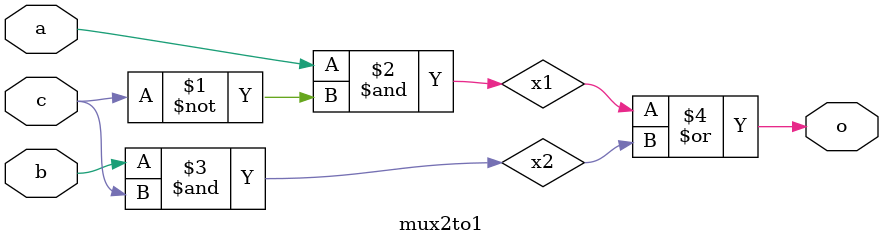
<source format=v>
module mux2to1(o,a,b,c);
	input a,b,c;
	output o;
	wire x1, x2;
	and a1(x1,a,~c);
	and a2(x2,b,c);
	or o1(o,x1,x2);
endmodule

</source>
